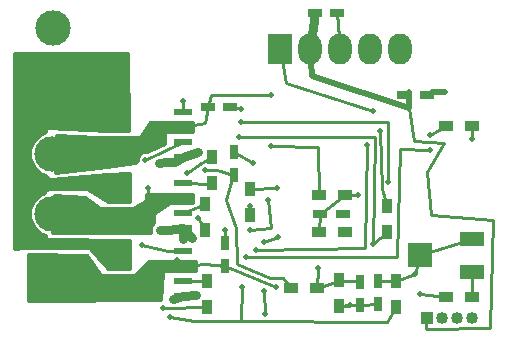
<source format=gbr>
G04 #@! TF.FileFunction,Copper,L1,Top,Signal*
%FSLAX46Y46*%
G04 Gerber Fmt 4.6, Leading zero omitted, Abs format (unit mm)*
G04 Created by KiCad (PCBNEW 4.0.7) date 05/27/18 15:14:11*
%MOMM*%
%LPD*%
G01*
G04 APERTURE LIST*
%ADD10C,0.100000*%
%ADD11R,1.550000X0.600000*%
%ADD12R,1.200000X0.750000*%
%ADD13R,0.900000X1.200000*%
%ADD14R,1.200000X0.900000*%
%ADD15R,0.750000X1.200000*%
%ADD16C,1.016000*%
%ADD17R,1.016000X1.016000*%
%ADD18R,2.000000X1.300000*%
%ADD19R,2.000000X2.000000*%
%ADD20R,2.000000X2.600000*%
%ADD21O,2.000000X2.600000*%
%ADD22R,3.000000X3.000000*%
%ADD23C,3.000000*%
%ADD24C,0.508000*%
%ADD25C,0.250000*%
%ADD26C,0.508000*%
%ADD27C,0.762000*%
%ADD28C,0.254000*%
G04 APERTURE END LIST*
D10*
D11*
X69883000Y-81597500D03*
X69883000Y-80327500D03*
X69883000Y-79057500D03*
X69883000Y-77787500D03*
X64483000Y-77787500D03*
X64483000Y-79057500D03*
X64483000Y-80327500D03*
X64483000Y-81597500D03*
D12*
X81092000Y-69405500D03*
X82992000Y-69405500D03*
X88648500Y-76327000D03*
X90548500Y-76327000D03*
D13*
X87947500Y-92118000D03*
X87947500Y-94318000D03*
D14*
X92181500Y-93472000D03*
X94381500Y-93472000D03*
D13*
X83121500Y-94254500D03*
X83121500Y-92054500D03*
D14*
X81300500Y-92710000D03*
X79100500Y-92710000D03*
D15*
X86423500Y-92141000D03*
X86423500Y-94041000D03*
X84899500Y-92204500D03*
X84899500Y-94104500D03*
D12*
X81536500Y-86423500D03*
X83436500Y-86423500D03*
D15*
X73469500Y-88902500D03*
X73469500Y-90802500D03*
D12*
X73911500Y-77406500D03*
X72011500Y-77406500D03*
D15*
X74231500Y-81219000D03*
X74231500Y-83119000D03*
D16*
X94361000Y-95250000D03*
X93091000Y-95250000D03*
D17*
X90551000Y-95250000D03*
D16*
X91821000Y-95250000D03*
D14*
X83650000Y-87947500D03*
X81450000Y-87947500D03*
X83650000Y-84836000D03*
X81450000Y-84836000D03*
X94381500Y-78994000D03*
X92181500Y-78994000D03*
D13*
X87185500Y-85768000D03*
X87185500Y-87968000D03*
X71945500Y-92118000D03*
X71945500Y-94318000D03*
X75628500Y-84307500D03*
X75628500Y-86507500D03*
X71818500Y-85577500D03*
X71818500Y-87777500D03*
X72390000Y-83840500D03*
X72390000Y-81640500D03*
D11*
X69883000Y-93345000D03*
X69883000Y-92075000D03*
X69883000Y-90805000D03*
X69883000Y-89535000D03*
X64483000Y-89535000D03*
X64483000Y-90805000D03*
X64483000Y-92075000D03*
X64483000Y-93345000D03*
X69883000Y-87630000D03*
X69883000Y-86360000D03*
X69883000Y-85090000D03*
X69883000Y-83820000D03*
X64483000Y-83820000D03*
X64483000Y-85090000D03*
X64483000Y-86360000D03*
X64483000Y-87630000D03*
D18*
X94389500Y-91316000D03*
D19*
X89969500Y-89916000D03*
D18*
X94389500Y-88516000D03*
D20*
X78168500Y-72453500D03*
D21*
X80708500Y-72453500D03*
X83248500Y-72453500D03*
X85788500Y-72453500D03*
X88328500Y-72453500D03*
D22*
X58928000Y-75755500D03*
D23*
X58928000Y-70675500D03*
X58864500Y-81343500D03*
D22*
X58864500Y-91503500D03*
D23*
X58864500Y-86423500D03*
D24*
X69405500Y-90360500D03*
X77787500Y-92646500D03*
X84023200Y-94183200D03*
X89966800Y-93218000D03*
X77914500Y-84264500D03*
X94361000Y-80073500D03*
X86614000Y-79375000D03*
X92138500Y-76136500D03*
X71056500Y-93281500D03*
X69088000Y-93599000D03*
X69883000Y-93345000D03*
X68643500Y-87820500D03*
X67945000Y-87820500D03*
X71183500Y-81216500D03*
X68453000Y-82042000D03*
X67881500Y-82105500D03*
X70675500Y-88455500D03*
X69913500Y-88582500D03*
X90805000Y-79756000D03*
X85471000Y-80581500D03*
X76073000Y-89471500D03*
X63563500Y-73914000D03*
X74930000Y-92583000D03*
X75628500Y-87757000D03*
X77152500Y-85280500D03*
X68834000Y-95123000D03*
X64833500Y-90170000D03*
X89027000Y-77470000D03*
X85979000Y-77724000D03*
X71780400Y-82702400D03*
X66929000Y-84264500D03*
X77406500Y-76390500D03*
X77343000Y-80645000D03*
X66992500Y-79121000D03*
X75247500Y-90106500D03*
X90805000Y-81026000D03*
X87312500Y-83756500D03*
X74803000Y-78613000D03*
X86042500Y-88963500D03*
X74676000Y-79883000D03*
X75631416Y-85750120D03*
X76829609Y-94932554D03*
X77978000Y-88392000D03*
X76771500Y-88773000D03*
X76771500Y-92964000D03*
X89598500Y-91503500D03*
X81343500Y-90995500D03*
X84709000Y-84836000D03*
X73469500Y-87820500D03*
X74866500Y-77533500D03*
X75819000Y-82105500D03*
X68199000Y-94361000D03*
X71221600Y-86817200D03*
X70294500Y-82931000D03*
X66421000Y-89090500D03*
X66738500Y-81851500D03*
X69913500Y-76898500D03*
D25*
X77787500Y-92646500D02*
X73469500Y-90802500D01*
X73469500Y-90802500D02*
X71755000Y-90678000D01*
X71755000Y-90678000D02*
X69883000Y-90805000D01*
X82992000Y-69405500D02*
X83248500Y-72453500D01*
X86423500Y-94041000D02*
X84899500Y-94104500D01*
X84899500Y-94104500D02*
X83121500Y-94254500D01*
X83121500Y-94254500D02*
X84023200Y-94183200D01*
X92181500Y-93472000D02*
X89966800Y-93218000D01*
X75628500Y-84307500D02*
X77914500Y-84264500D01*
X94381500Y-78994000D02*
X94361000Y-80073500D01*
X87185500Y-85768000D02*
X86741000Y-84328000D01*
X86741000Y-84328000D02*
X86614000Y-79375000D01*
D26*
X90993000Y-76136500D02*
X92138500Y-76136500D01*
D27*
X69883000Y-93345000D02*
X71056500Y-93281500D01*
X69883000Y-93345000D02*
X69088000Y-93599000D01*
X67945000Y-87820500D02*
X68643500Y-87820500D01*
X68643500Y-87820500D02*
X69883000Y-87630000D01*
X69883000Y-81597500D02*
X71183500Y-81216500D01*
X67881500Y-82105500D02*
X68453000Y-82042000D01*
X69278500Y-82042000D02*
X69883000Y-81597500D01*
X69278500Y-82042000D02*
X68453000Y-82042000D01*
X69883000Y-87630000D02*
X70675500Y-88455500D01*
X69883000Y-87630000D02*
X69913500Y-88582500D01*
D25*
X90805000Y-79756000D02*
X92181500Y-78994000D01*
X85344000Y-89344500D02*
X85471000Y-80581500D01*
X76073000Y-89471500D02*
X85344000Y-89344500D01*
X74930000Y-92583000D02*
X74802940Y-95519319D01*
X77343000Y-87630000D02*
X75628500Y-87757000D01*
X77152500Y-85280500D02*
X77343000Y-87630000D01*
X87947500Y-94318000D02*
X87185500Y-95567500D01*
X87185500Y-95567500D02*
X74802940Y-95519319D01*
X74802940Y-95519319D02*
X70866000Y-95504000D01*
X70866000Y-95504000D02*
X68834000Y-95123000D01*
X64833500Y-90170000D02*
X64483000Y-89535000D01*
X89027000Y-77470000D02*
X89509600Y-80264000D01*
X90525600Y-96215200D02*
X90551000Y-95250000D01*
X95910400Y-96062800D02*
X90525600Y-96215200D01*
X96164400Y-86918800D02*
X95910400Y-96062800D01*
X90932000Y-86563200D02*
X96164400Y-86918800D01*
X90576400Y-82854800D02*
X90932000Y-86563200D01*
X92049600Y-80467200D02*
X90576400Y-82854800D01*
X89509600Y-80264000D02*
X92049600Y-80467200D01*
D26*
X89093000Y-76136500D02*
X89027000Y-77470000D01*
D27*
X81092000Y-69405500D02*
X80708500Y-72453500D01*
D26*
X80708500Y-72453500D02*
X80835500Y-74739500D01*
X80835500Y-74739500D02*
X89027000Y-77470000D01*
D25*
X78676500Y-75311000D02*
X78168500Y-72453500D01*
X85979000Y-77724000D02*
X78676500Y-75311000D01*
X72771000Y-82677000D02*
X74168000Y-83121500D01*
X71780400Y-82702400D02*
X72771000Y-82677000D01*
X74168000Y-83121500D02*
X73533000Y-85217000D01*
X73533000Y-85217000D02*
X74422000Y-87630000D01*
X74422000Y-87630000D02*
X74485500Y-90678000D01*
X74485500Y-90678000D02*
X77279500Y-91821000D01*
X77279500Y-91821000D02*
X78422500Y-91884500D01*
X78422500Y-91884500D02*
X79100500Y-92710000D01*
X66929000Y-85217000D02*
X69883000Y-85090000D01*
X66929000Y-84264500D02*
X66929000Y-85217000D01*
X81450000Y-84836000D02*
X81343500Y-80772000D01*
X72263000Y-76327000D02*
X72011500Y-77406500D01*
X77406500Y-76390500D02*
X72263000Y-76327000D01*
X81343500Y-80772000D02*
X77343000Y-80645000D01*
X69883000Y-79057500D02*
X71755000Y-78740000D01*
X71755000Y-78740000D02*
X72011500Y-77406500D01*
X69883000Y-79057500D02*
X66992500Y-79121000D01*
X75247500Y-90106500D02*
X88011000Y-90106500D01*
X88011000Y-90106500D02*
X88328500Y-80962500D01*
X88328500Y-80962500D02*
X90805000Y-81026000D01*
X87249000Y-78676500D02*
X87312500Y-83756500D01*
X74803000Y-78613000D02*
X87249000Y-78676500D01*
X87185500Y-87968000D02*
X86042500Y-88963500D01*
X86169500Y-79946500D02*
X86042500Y-88963500D01*
X74676000Y-79883000D02*
X86169500Y-79946500D01*
X75631416Y-85750120D02*
X75628500Y-86507500D01*
X77978000Y-88392000D02*
X76771500Y-88773000D01*
X76771500Y-92964000D02*
X76829609Y-94932554D01*
X86423500Y-92141000D02*
X87947500Y-92118000D01*
X87947500Y-92075000D02*
X89598500Y-91503500D01*
X89969500Y-89916000D02*
X94389500Y-88516000D01*
X89969500Y-89916000D02*
X89598500Y-91503500D01*
X81300500Y-92710000D02*
X81343500Y-90995500D01*
X81300500Y-92710000D02*
X83121500Y-92138500D01*
X83121500Y-92138500D02*
X84899500Y-92138500D01*
X81450000Y-87947500D02*
X81536500Y-86423500D01*
X81536500Y-86423500D02*
X83650000Y-84836000D01*
X83650000Y-84836000D02*
X84709000Y-84836000D01*
X73469500Y-88902500D02*
X73469500Y-87820500D01*
X73911500Y-77406500D02*
X74866500Y-77533500D01*
X75819000Y-82105500D02*
X74231500Y-81216500D01*
X71945500Y-94318000D02*
X68199000Y-94361000D01*
X71818500Y-87777500D02*
X71221600Y-86817200D01*
X71374000Y-82169000D02*
X72390000Y-81640500D01*
X71378700Y-82163471D02*
X71374000Y-82169000D01*
X71374000Y-82169000D02*
X70294500Y-82931000D01*
X69883000Y-92075000D02*
X71945500Y-92118000D01*
X68643500Y-89598500D02*
X69883000Y-89535000D01*
X66421000Y-89090500D02*
X68643500Y-89598500D01*
X66738500Y-81851500D02*
X69883000Y-80327500D01*
X69913500Y-76898500D02*
X69883000Y-77787500D01*
X71818500Y-85577500D02*
X69883000Y-86360000D01*
X72390000Y-83883500D02*
X69883000Y-83820000D01*
X94381500Y-93472000D02*
X94389500Y-91316000D01*
D28*
G36*
X70739000Y-85468141D02*
X70731928Y-85471000D01*
X68897500Y-85471000D01*
X68828286Y-85491518D01*
X67558286Y-86317018D01*
X67522312Y-86352335D01*
X67500500Y-86423500D01*
X67500500Y-87218666D01*
X67406185Y-87281685D01*
X67241004Y-87528895D01*
X67183000Y-87820500D01*
X67233524Y-88074500D01*
X58869202Y-88074500D01*
X58986759Y-84841688D01*
X61611893Y-84961013D01*
X62786305Y-85888180D01*
X62831286Y-85910943D01*
X62865000Y-85915500D01*
X65659000Y-85915500D01*
X65721263Y-85899190D01*
X66737263Y-85327690D01*
X66775422Y-85294745D01*
X66797758Y-85249550D01*
X66802000Y-85217000D01*
X66802000Y-84709000D01*
X70739000Y-84709000D01*
X70739000Y-85468141D01*
X70739000Y-85468141D01*
G37*
X70739000Y-85468141D02*
X70731928Y-85471000D01*
X68897500Y-85471000D01*
X68828286Y-85491518D01*
X67558286Y-86317018D01*
X67522312Y-86352335D01*
X67500500Y-86423500D01*
X67500500Y-87218666D01*
X67406185Y-87281685D01*
X67241004Y-87528895D01*
X67183000Y-87820500D01*
X67233524Y-88074500D01*
X58869202Y-88074500D01*
X58986759Y-84841688D01*
X61611893Y-84961013D01*
X62786305Y-85888180D01*
X62831286Y-85910943D01*
X62865000Y-85915500D01*
X65659000Y-85915500D01*
X65721263Y-85899190D01*
X66737263Y-85327690D01*
X66775422Y-85294745D01*
X66797758Y-85249550D01*
X66802000Y-85217000D01*
X66802000Y-84709000D01*
X70739000Y-84709000D01*
X70739000Y-85468141D01*
G36*
X61784451Y-89915223D02*
X63016948Y-91579094D01*
X63054399Y-91612842D01*
X63119000Y-91630500D01*
X65786000Y-91630500D01*
X65835410Y-91620494D01*
X65875803Y-91593303D01*
X67045106Y-90424000D01*
X70993000Y-90424000D01*
X70993000Y-91249500D01*
X68389500Y-91249500D01*
X68340090Y-91259506D01*
X68298465Y-91287947D01*
X68271185Y-91330341D01*
X68262874Y-91366760D01*
X68081402Y-93725897D01*
X68073245Y-93725890D01*
X68071284Y-93726700D01*
X56769000Y-93788800D01*
X56769000Y-89854059D01*
X61784451Y-89915223D01*
X61784451Y-89915223D01*
G37*
X61784451Y-89915223D02*
X63016948Y-91579094D01*
X63054399Y-91612842D01*
X63119000Y-91630500D01*
X65786000Y-91630500D01*
X65835410Y-91620494D01*
X65875803Y-91593303D01*
X67045106Y-90424000D01*
X70993000Y-90424000D01*
X70993000Y-91249500D01*
X68389500Y-91249500D01*
X68340090Y-91259506D01*
X68298465Y-91287947D01*
X68271185Y-91330341D01*
X68262874Y-91366760D01*
X68081402Y-93725897D01*
X68073245Y-93725890D01*
X68071284Y-93726700D01*
X56769000Y-93788800D01*
X56769000Y-89854059D01*
X61784451Y-89915223D01*
G36*
X70739000Y-79502000D02*
X68516500Y-79502000D01*
X68467090Y-79512006D01*
X68425465Y-79540447D01*
X68398185Y-79582841D01*
X68389500Y-79629000D01*
X68389500Y-80489038D01*
X66877708Y-81221737D01*
X66865363Y-81216611D01*
X66612745Y-81216390D01*
X66379272Y-81312860D01*
X66200487Y-81491332D01*
X66103611Y-81724637D01*
X66103390Y-81977255D01*
X66110635Y-81994788D01*
X65874409Y-82110020D01*
X63483755Y-82487492D01*
X59063528Y-82930607D01*
X59177280Y-79762733D01*
X62604206Y-79946318D01*
X62611000Y-79946500D01*
X66167000Y-79946500D01*
X66216410Y-79936494D01*
X66271042Y-79892330D01*
X67122123Y-78676500D01*
X70739000Y-78676500D01*
X70739000Y-79502000D01*
X70739000Y-79502000D01*
G37*
X70739000Y-79502000D02*
X68516500Y-79502000D01*
X68467090Y-79512006D01*
X68425465Y-79540447D01*
X68398185Y-79582841D01*
X68389500Y-79629000D01*
X68389500Y-80489038D01*
X66877708Y-81221737D01*
X66865363Y-81216611D01*
X66612745Y-81216390D01*
X66379272Y-81312860D01*
X66200487Y-81491332D01*
X66103611Y-81724637D01*
X66103390Y-81977255D01*
X66110635Y-81994788D01*
X65874409Y-82110020D01*
X63483755Y-82487492D01*
X59063528Y-82930607D01*
X59177280Y-79762733D01*
X62604206Y-79946318D01*
X62611000Y-79946500D01*
X66167000Y-79946500D01*
X66216410Y-79936494D01*
X66271042Y-79892330D01*
X67122123Y-78676500D01*
X70739000Y-78676500D01*
X70739000Y-79502000D01*
G36*
X65340318Y-79438500D02*
X63504009Y-79438500D01*
X58491522Y-79121254D01*
X58441578Y-79128118D01*
X58398241Y-79153873D01*
X58368337Y-79194460D01*
X58356500Y-79248000D01*
X58356500Y-79518156D01*
X57800391Y-79747936D01*
X57270796Y-80276608D01*
X56983827Y-80967704D01*
X56983174Y-81716013D01*
X57268936Y-82407609D01*
X57797608Y-82937204D01*
X58356500Y-83169277D01*
X58356500Y-83185000D01*
X58366506Y-83234410D01*
X58407300Y-83286600D01*
X58661300Y-83477100D01*
X58706832Y-83498741D01*
X58749460Y-83501936D01*
X63446348Y-83057636D01*
X65405000Y-82938930D01*
X65405000Y-85407500D01*
X63535535Y-85407500D01*
X61787910Y-84346442D01*
X61722000Y-84328000D01*
X58801000Y-84328000D01*
X58783039Y-84329276D01*
X58338539Y-84392776D01*
X58291041Y-84409669D01*
X58253857Y-84443711D01*
X58232847Y-84489537D01*
X58229566Y-84522595D01*
X58233641Y-84648921D01*
X57800391Y-84827936D01*
X57270796Y-85356608D01*
X56983827Y-86047704D01*
X56983174Y-86796013D01*
X57268936Y-87487609D01*
X57797608Y-88017204D01*
X58349690Y-88246449D01*
X58356566Y-88459595D01*
X58368160Y-88508656D01*
X58397928Y-88549342D01*
X58441180Y-88575241D01*
X58482366Y-88582495D01*
X65468500Y-88644871D01*
X65468500Y-91122500D01*
X63558413Y-91122500D01*
X62072426Y-89388849D01*
X62032673Y-89357846D01*
X61976000Y-89344500D01*
X56515000Y-89344500D01*
X56507542Y-89344719D01*
X55574000Y-89399633D01*
X55574000Y-86487694D01*
X55625522Y-72834500D01*
X65279170Y-72834500D01*
X65340318Y-79438500D01*
X65340318Y-79438500D01*
G37*
X65340318Y-79438500D02*
X63504009Y-79438500D01*
X58491522Y-79121254D01*
X58441578Y-79128118D01*
X58398241Y-79153873D01*
X58368337Y-79194460D01*
X58356500Y-79248000D01*
X58356500Y-79518156D01*
X57800391Y-79747936D01*
X57270796Y-80276608D01*
X56983827Y-80967704D01*
X56983174Y-81716013D01*
X57268936Y-82407609D01*
X57797608Y-82937204D01*
X58356500Y-83169277D01*
X58356500Y-83185000D01*
X58366506Y-83234410D01*
X58407300Y-83286600D01*
X58661300Y-83477100D01*
X58706832Y-83498741D01*
X58749460Y-83501936D01*
X63446348Y-83057636D01*
X65405000Y-82938930D01*
X65405000Y-85407500D01*
X63535535Y-85407500D01*
X61787910Y-84346442D01*
X61722000Y-84328000D01*
X58801000Y-84328000D01*
X58783039Y-84329276D01*
X58338539Y-84392776D01*
X58291041Y-84409669D01*
X58253857Y-84443711D01*
X58232847Y-84489537D01*
X58229566Y-84522595D01*
X58233641Y-84648921D01*
X57800391Y-84827936D01*
X57270796Y-85356608D01*
X56983827Y-86047704D01*
X56983174Y-86796013D01*
X57268936Y-87487609D01*
X57797608Y-88017204D01*
X58349690Y-88246449D01*
X58356566Y-88459595D01*
X58368160Y-88508656D01*
X58397928Y-88549342D01*
X58441180Y-88575241D01*
X58482366Y-88582495D01*
X65468500Y-88644871D01*
X65468500Y-91122500D01*
X63558413Y-91122500D01*
X62072426Y-89388849D01*
X62032673Y-89357846D01*
X61976000Y-89344500D01*
X56515000Y-89344500D01*
X56507542Y-89344719D01*
X55574000Y-89399633D01*
X55574000Y-86487694D01*
X55625522Y-72834500D01*
X65279170Y-72834500D01*
X65340318Y-79438500D01*
M02*

</source>
